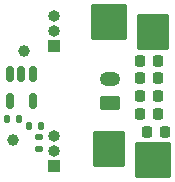
<source format=gbs>
G04 #@! TF.GenerationSoftware,KiCad,Pcbnew,8.0.7-8.0.7-0~ubuntu24.04.1*
G04 #@! TF.CreationDate,2024-12-31T11:01:01-07:00*
G04 #@! TF.ProjectId,DRV8213 brushed Motor Driver,44525638-3231-4332-9062-727573686564,V1*
G04 #@! TF.SameCoordinates,Original*
G04 #@! TF.FileFunction,Soldermask,Bot*
G04 #@! TF.FilePolarity,Negative*
%FSLAX46Y46*%
G04 Gerber Fmt 4.6, Leading zero omitted, Abs format (unit mm)*
G04 Created by KiCad (PCBNEW 8.0.7-8.0.7-0~ubuntu24.04.1) date 2024-12-31 11:01:01*
%MOMM*%
%LPD*%
G01*
G04 APERTURE LIST*
G04 Aperture macros list*
%AMRoundRect*
0 Rectangle with rounded corners*
0 $1 Rounding radius*
0 $2 $3 $4 $5 $6 $7 $8 $9 X,Y pos of 4 corners*
0 Add a 4 corners polygon primitive as box body*
4,1,4,$2,$3,$4,$5,$6,$7,$8,$9,$2,$3,0*
0 Add four circle primitives for the rounded corners*
1,1,$1+$1,$2,$3*
1,1,$1+$1,$4,$5*
1,1,$1+$1,$6,$7*
1,1,$1+$1,$8,$9*
0 Add four rect primitives between the rounded corners*
20,1,$1+$1,$2,$3,$4,$5,0*
20,1,$1+$1,$4,$5,$6,$7,0*
20,1,$1+$1,$6,$7,$8,$9,0*
20,1,$1+$1,$8,$9,$2,$3,0*%
G04 Aperture macros list end*
%ADD10R,1.000000X1.000000*%
%ADD11O,1.000000X1.000000*%
%ADD12RoundRect,0.250000X0.625000X-0.350000X0.625000X0.350000X-0.625000X0.350000X-0.625000X-0.350000X0*%
%ADD13O,1.750000X1.200000*%
%ADD14C,1.000000*%
%ADD15RoundRect,0.100000X1.250000X1.400000X-1.250000X1.400000X-1.250000X-1.400000X1.250000X-1.400000X0*%
%ADD16RoundRect,0.100000X-1.250000X-1.400000X1.250000X-1.400000X1.250000X1.400000X-1.250000X1.400000X0*%
%ADD17RoundRect,0.225000X0.225000X0.250000X-0.225000X0.250000X-0.225000X-0.250000X0.225000X-0.250000X0*%
%ADD18RoundRect,0.102000X1.400000X1.400000X-1.400000X1.400000X-1.400000X-1.400000X1.400000X-1.400000X0*%
%ADD19RoundRect,0.102000X-1.400000X-1.400000X1.400000X-1.400000X1.400000X1.400000X-1.400000X1.400000X0*%
%ADD20RoundRect,0.140000X-0.140000X-0.170000X0.140000X-0.170000X0.140000X0.170000X-0.140000X0.170000X0*%
%ADD21RoundRect,0.135000X0.185000X-0.135000X0.185000X0.135000X-0.185000X0.135000X-0.185000X-0.135000X0*%
%ADD22RoundRect,0.150000X-0.150000X0.512500X-0.150000X-0.512500X0.150000X-0.512500X0.150000X0.512500X0*%
%ADD23RoundRect,0.135000X-0.135000X-0.185000X0.135000X-0.185000X0.135000X0.185000X-0.135000X0.185000X0*%
G04 APERTURE END LIST*
D10*
G04 #@! TO.C,J11*
X168300000Y-108050000D03*
D11*
X168300000Y-106780000D03*
X168300000Y-105510000D03*
G04 #@! TD*
D12*
G04 #@! TO.C,J9*
X173000000Y-102700000D03*
D13*
X173000000Y-100700000D03*
G04 #@! TD*
D10*
G04 #@! TO.C,J10*
X168300000Y-97900000D03*
D11*
X168300000Y-96630000D03*
X168300000Y-95360000D03*
G04 #@! TD*
D14*
G04 #@! TO.C,TP2*
X164800000Y-105900000D03*
G04 #@! TD*
D15*
G04 #@! TO.C,J8*
X176650000Y-96750000D03*
G04 #@! TD*
D16*
G04 #@! TO.C,J5*
X172950000Y-106650000D03*
G04 #@! TD*
D17*
G04 #@! TO.C,C1*
X177050000Y-99150000D03*
X175500000Y-99150000D03*
G04 #@! TD*
G04 #@! TO.C,C4*
X177050000Y-103650000D03*
X175500000Y-103650000D03*
G04 #@! TD*
G04 #@! TO.C,C5*
X177675000Y-105200000D03*
X176125000Y-105200000D03*
G04 #@! TD*
D18*
G04 #@! TO.C,J7*
X176650000Y-107550000D03*
G04 #@! TD*
D14*
G04 #@! TO.C,TP1*
X165750000Y-98350000D03*
G04 #@! TD*
D17*
G04 #@! TO.C,C3*
X177050000Y-100650000D03*
X175500000Y-100650000D03*
G04 #@! TD*
D19*
G04 #@! TO.C,J6*
X172950000Y-95850000D03*
G04 #@! TD*
D20*
G04 #@! TO.C,C9*
X164320000Y-104050000D03*
X165280000Y-104050000D03*
G04 #@! TD*
D21*
G04 #@! TO.C,R2*
X167000000Y-106660000D03*
X167000000Y-105640000D03*
G04 #@! TD*
D22*
G04 #@! TO.C,U2*
X164550000Y-100262500D03*
X165500000Y-100262500D03*
X166450000Y-100262500D03*
X166450000Y-102537500D03*
X164550000Y-102537500D03*
G04 #@! TD*
D23*
G04 #@! TO.C,R1*
X166140000Y-104700000D03*
X167160000Y-104700000D03*
G04 #@! TD*
D17*
G04 #@! TO.C,C2*
X177050000Y-102150000D03*
X175500000Y-102150000D03*
G04 #@! TD*
M02*

</source>
